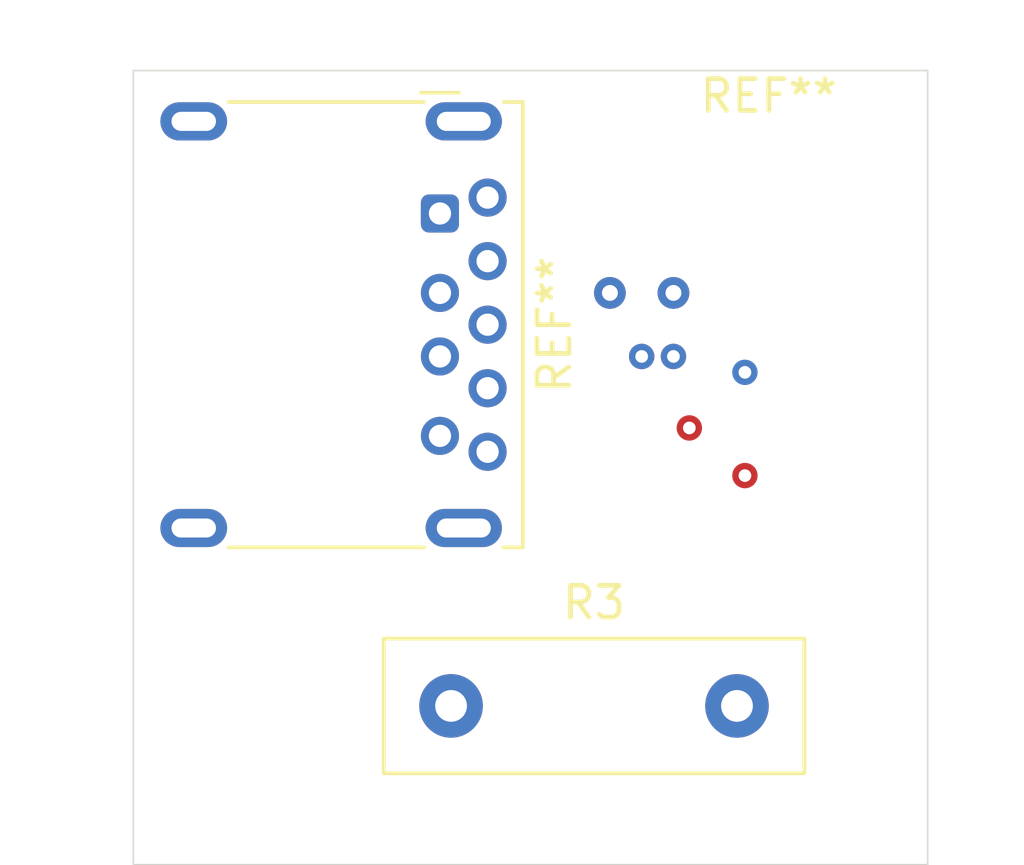
<source format=kicad_pcb>
(kicad_pcb (version 20221018) (generator pcbnew)
  (layers (0 "F.Cu" signal) (1 "In1.Cu" signal "El1") (2 "In2.Cu" signal) (31 "B.Cu" signal) (34 "B.Paste" user) (35 "F.Paste" user) (36 "B.SilkS" user "B.Silkscreen") (37 "F.SilkS" user "F.Silkscreen") (38 "B.Mask" user) (39 "F.Mask" user) (44 "Edge.Cuts" user))
  (net 0 "")
  (footprint "Resistor_THT:R_Box_L13.0mm_W4.0mm_P9.00mm" (layer "F.Cu") (at 110 45)
    (fp_text reference "R3" (at 4.5 -3.25) (layer "F.SilkS"))
    (fp_text value "R_Box_L13.0mm_W4.0mm_P9.00mm")
    (fp_line (start -2.12 -2.12) (end -2.12 2.12) (stroke (width 0.12)) (layer "F.SilkS"))
    (fp_line (start -2.12 -2.12) (end 11.12 -2.12) (stroke (width 0.12)) (layer "F.SilkS"))
    (fp_line (start -2.12 2.12) (end 11.12 2.12) (stroke (width 0.12)) (layer "F.SilkS"))
    (fp_line (start 11.12 -2.12) (end 11.12 2.12) (stroke (width 0.12)) (layer "F.SilkS"))
    (pad "1" thru_hole circle (at 0 0) (size 2 2) (drill 1) (layers "*.Cu" "*.Mask"))
    (pad "2" thru_hole circle (at 9 0) (size 2 2) (drill 1) (layers "*.Cu" "*.Mask"))
  )
  (footprint "MountingHole:MountingHole_2.1mm" (layer "F.Cu") (at 120 29)
    (fp_text reference "REF**" (at 0 -3.2) (layer "F.SilkS"))
    (fp_text value "MountingHole_2.1mm")
    (pad "" np_thru_hole circle (at 0 0) (size 2.1 2.1) (drill 2.1) (layers "*.Cu" "*.Mask"))
  )
  (footprint "Connector_USB:USB3_A_Molex_48393-001" (layer "F.Cu") (at 109.65 29.5 -90)
    (fp_text reference "REF**" (at 3.5 -3.6 90) (layer "F.SilkS"))
    (fp_text value "USB3_A_Molex_48393-001")
    (fp_line (start -3.8 -0.6) (end -3.8 0.6) (stroke (width 0.12)) (layer "F.SilkS"))
    (fp_line (start -3.51 -2.61) (end -3.51 -2) (stroke (width 0.12)) (layer "F.SilkS"))
    (fp_line (start -3.51 -2.61) (end 10.51 -2.61) (stroke (width 0.12)) (layer "F.SilkS"))
    (fp_line (start -3.51 6.65) (end -3.51 0.5) (stroke (width 0.12)) (layer "F.SilkS"))
    (fp_line (start 10.51 -2.61) (end 10.51 -2) (stroke (width 0.12)) (layer "F.SilkS"))
    (fp_line (start 10.51 6.65) (end 10.51 0.5) (stroke (width 0.12)) (layer "F.SilkS"))
    (pad "1" thru_hole roundrect (at 0 0 270) (size 1.2 1.2) (drill 0.7) (layers "*.Cu" "*.Mask") (roundrect_rratio 0.2083333333))
    (pad "2" thru_hole circle (at 2.5 0 270) (size 1.2 1.2) (drill 0.7) (layers "*.Cu" "*.Mask"))
    (pad "3" thru_hole circle (at 4.5 0 270) (size 1.2 1.2) (drill 0.7) (layers "*.Cu" "*.Mask"))
    (pad "4" thru_hole circle (at 7 0 270) (size 1.2 1.2) (drill 0.7) (layers "*.Cu" "*.Mask"))
    (pad "5" thru_hole circle (at 7.5 -1.5 270) (size 1.2 1.2) (drill 0.7) (layers "*.Cu" "*.Mask"))
    (pad "6" thru_hole circle (at 5.5 -1.5 270) (size 1.2 1.2) (drill 0.7) (layers "*.Cu" "*.Mask"))
    (pad "7" thru_hole circle (at 3.5 -1.5 270) (size 1.2 1.2) (drill 0.7) (layers "*.Cu" "*.Mask"))
    (pad "8" thru_hole circle (at 1.5 -1.5 270) (size 1.2 1.2) (drill 0.7) (layers "*.Cu" "*.Mask"))
    (pad "9" thru_hole circle (at -0.5 -1.5 270) (size 1.2 1.2) (drill 0.7) (layers "*.Cu" "*.Mask"))
    (pad "10" thru_hole oval (at -2.9 -0.75 270) (size 1.2 2.4) (drill oval 0.6 1.7) (layers "*.Cu" "*.Mask"))
    (pad "10" thru_hole oval (at -2.9 7.75 270) (size 1.2 2.1) (drill oval 0.6 1.4) (layers "*.Cu" "*.Mask"))
    (pad "10" thru_hole oval (at 9.9 -0.75 270) (size 1.2 2.4) (drill oval 0.6 1.7) (layers "*.Cu" "*.Mask"))
    (pad "10" thru_hole oval (at 9.9 7.75 270) (size 1.2 2.1) (drill oval 0.6 1.4) (layers "*.Cu" "*.Mask"))
  )
  (gr_line (start 100 25) (end 100 50) (stroke (width 0.05)) (layer "Edge.Cuts"))
  (gr_line (start 125 25) (end 125 50) (stroke (width 0.05)) (layer "Edge.Cuts"))
  (gr_line (start 100 25) (end 125 25) (stroke (width 0.05)) (layer "Edge.Cuts"))
  (gr_line (start 100 50) (end 125 50) (stroke (width 0.05)) (layer "Edge.Cuts"))
  (via (at 117 34) (size 0.8) (drill 0.4) (layers "F.Cu" "B.Cu") (net 0))
  (via (at 115 32) (size 1) (drill 0.5) (layers "F.Cu" "B.Cu") (net 0))
  (via blind (at 119.25 37.75) (size 0.8) (drill 0.4) (layers "F.Cu" "In1.Cu") (net 0))
  (via blind (at 117.5 36.25) (size 0.8) (drill 0.4) (layers "F.Cu" "In2.Cu") (net 0))
  (via (at 116 34) (size 0.8) (drill 0.4) (layers "F.Cu" "B.Cu") (net 0))
  (via (at 117 32) (size 1) (drill 0.5) (layers "F.Cu" "B.Cu") (net 0))
  (via blind (at 119.25 34.5) (size 0.8) (drill 0.4) (layers "In2.Cu" "B.Cu") (net 0))
)
</source>
